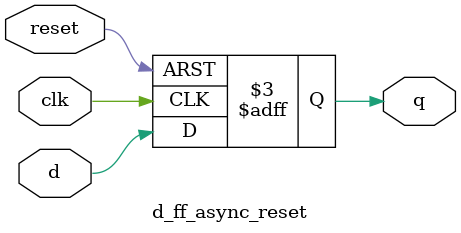
<source format=v>
module d_ff_async_reset(clk, reset, d, q);
  input clk, reset, d;
  output q;

  reg q;

  always @(posedge clk, negedge reset) begin
    if (!reset) begin
      q <= 1'b0;
    end else begin
      q <= d;
    end
  end

endmodule
</source>
